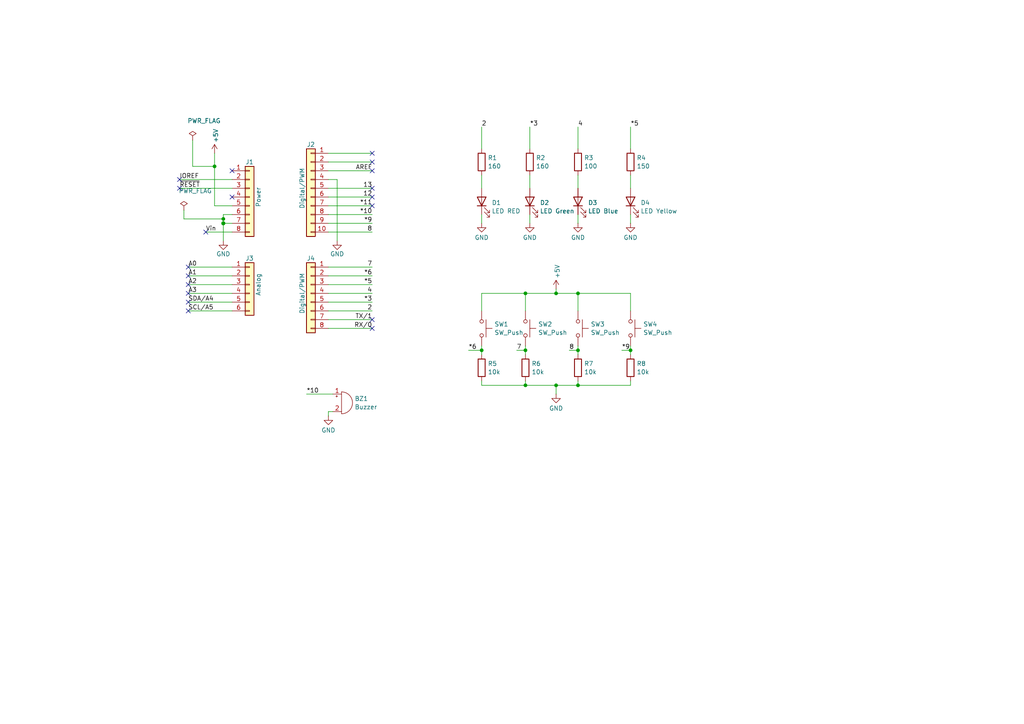
<source format=kicad_sch>
(kicad_sch (version 20231120) (generator "eeschema") (generator_version "8.0")
  (paper "A4")
  (title_block (date "mar. 31 mars 2015"))
  (lib_symbols
    (symbol "Connector_Generic:Conn_01x06" (pin_names (offset 1.016) hide)
      (property "Reference" "J" (at 0 7.62 0))
      (property "Value" "Conn_01x06" (at 0 -10.16 0))
      (symbol "Conn_01x06_1_1"
        (rectangle (start -1.27 -7.493) (end 0 -7.747) (stroke (width 0.1524)))
        (rectangle (start -1.27 -4.953) (end 0 -5.207) (stroke (width 0.1524)))
        (rectangle (start -1.27 -2.413) (end 0 -2.667) (stroke (width 0.1524)))
        (rectangle (start -1.27 0.127) (end 0 -0.127) (stroke (width 0.1524)))
        (rectangle (start -1.27 2.667) (end 0 2.413) (stroke (width 0.1524)))
        (rectangle (start -1.27 5.207) (end 0 4.953) (stroke (width 0.1524)))
        (rectangle (start -1.27 6.35) (end 1.27 -8.89) (stroke (width 0.254)) (fill (type background)))
        (pin passive line (at -5.08 5.08 0) (length 3.81) (name "Pin_1") (number "1"))
        (pin passive line (at -5.08 2.54 0) (length 3.81) (name "Pin_2") (number "2"))
        (pin passive line (at -5.08 0 0) (length 3.81) (name "Pin_3") (number "3"))
        (pin passive line (at -5.08 -2.54 0) (length 3.81) (name "Pin_4") (number "4"))
        (pin passive line (at -5.08 -5.08 0) (length 3.81) (name "Pin_5") (number "5"))
        (pin passive line (at -5.08 -7.62 0) (length 3.81) (name "Pin_6") (number "6"))
      )
    )
    (symbol "Connector_Generic:Conn_01x08" (pin_names (offset 1.016) hide)
      (property "Reference" "J" (at 0 10.16 0))
      (property "Value" "Conn_01x08" (at 0 -12.7 0))
      (symbol "Conn_01x08_1_1"
        (rectangle (start -1.27 -10.033) (end 0 -10.287) (stroke (width 0.1524)))
        (rectangle (start -1.27 -7.493) (end 0 -7.747) (stroke (width 0.1524)))
        (rectangle (start -1.27 -4.953) (end 0 -5.207) (stroke (width 0.1524)))
        (rectangle (start -1.27 -2.413) (end 0 -2.667) (stroke (width 0.1524)))
        (rectangle (start -1.27 0.127) (end 0 -0.127) (stroke (width 0.1524)))
        (rectangle (start -1.27 2.667) (end 0 2.413) (stroke (width 0.1524)))
        (rectangle (start -1.27 5.207) (end 0 4.953) (stroke (width 0.1524)))
        (rectangle (start -1.27 7.747) (end 0 7.493) (stroke (width 0.1524)))
        (rectangle (start -1.27 8.89) (end 1.27 -11.43) (stroke (width 0.254)) (fill (type background)))
        (pin passive line (at -5.08 7.62 0) (length 3.81) (name "Pin_1") (number "1"))
        (pin passive line (at -5.08 5.08 0) (length 3.81) (name "Pin_2") (number "2"))
        (pin passive line (at -5.08 2.54 0) (length 3.81) (name "Pin_3") (number "3"))
        (pin passive line (at -5.08 0 0) (length 3.81) (name "Pin_4") (number "4"))
        (pin passive line (at -5.08 -2.54 0) (length 3.81) (name "Pin_5") (number "5"))
        (pin passive line (at -5.08 -5.08 0) (length 3.81) (name "Pin_6") (number "6"))
        (pin passive line (at -5.08 -7.62 0) (length 3.81) (name "Pin_7") (number "7"))
        (pin passive line (at -5.08 -10.16 0) (length 3.81) (name "Pin_8") (number "8"))
      )
    )
    (symbol "Connector_Generic:Conn_01x10" (pin_names (offset 1.016) hide)
      (property "Reference" "J" (at 0 12.7 0))
      (property "Value" "Conn_01x10" (at 0 -15.24 0))
      (symbol "Conn_01x10_1_1"
        (rectangle (start -1.27 -12.573) (end 0 -12.827) (stroke (width 0.1524)))
        (rectangle (start -1.27 -10.033) (end 0 -10.287) (stroke (width 0.1524)))
        (rectangle (start -1.27 -7.493) (end 0 -7.747) (stroke (width 0.1524)))
        (rectangle (start -1.27 -4.953) (end 0 -5.207) (stroke (width 0.1524)))
        (rectangle (start -1.27 -2.413) (end 0 -2.667) (stroke (width 0.1524)))
        (rectangle (start -1.27 0.127) (end 0 -0.127) (stroke (width 0.1524)))
        (rectangle (start -1.27 2.667) (end 0 2.413) (stroke (width 0.1524)))
        (rectangle (start -1.27 5.207) (end 0 4.953) (stroke (width 0.1524)))
        (rectangle (start -1.27 7.747) (end 0 7.493) (stroke (width 0.1524)))
        (rectangle (start -1.27 10.287) (end 0 10.033) (stroke (width 0.1524)))
        (rectangle (start -1.27 11.43) (end 1.27 -13.97) (stroke (width 0.254)) (fill (type background)))
        (pin passive line (at -5.08 10.16 0) (length 3.81) (name "Pin_1") (number "1"))
        (pin passive line (at -5.08 -12.7 0) (length 3.81) (name "Pin_10") (number "10"))
        (pin passive line (at -5.08 7.62 0) (length 3.81) (name "Pin_2") (number "2"))
        (pin passive line (at -5.08 5.08 0) (length 3.81) (name "Pin_3") (number "3"))
        (pin passive line (at -5.08 2.54 0) (length 3.81) (name "Pin_4") (number "4"))
        (pin passive line (at -5.08 0 0) (length 3.81) (name "Pin_5") (number "5"))
        (pin passive line (at -5.08 -2.54 0) (length 3.81) (name "Pin_6") (number "6"))
        (pin passive line (at -5.08 -5.08 0) (length 3.81) (name "Pin_7") (number "7"))
        (pin passive line (at -5.08 -7.62 0) (length 3.81) (name "Pin_8") (number "8"))
        (pin passive line (at -5.08 -10.16 0) (length 3.81) (name "Pin_9") (number "9"))
      )
    )
    (symbol "Device:Buzzer" (pin_names (offset 0.0254) hide)
      (property "Reference" "BZ" (at 3.81 1.27 0))
      (property "Value" "Buzzer" (at 3.81 -1.27 0))
      (symbol "Buzzer_0_1"
        (arc (start 0 -3.175) (mid 3.1612 0) (end 0 3.175))
        (polyline (pts (xy -1.651 1.905) (xy -1.143 1.905)))
        (polyline (pts (xy -1.397 2.159) (xy -1.397 1.651)))
        (polyline (pts (xy 0 3.175) (xy 0 -3.175)))
      )
      (symbol "Buzzer_1_1"
        (pin passive line (at -2.54 2.54 0) (length 2.54) (name "+") (number "1"))
        (pin passive line (at -2.54 -2.54 0) (length 2.54) (name "-") (number "2"))
      )
    )
    (symbol "Device:LED" (pin_numbers hide) (pin_names (offset 1.016) hide)
      (property "Reference" "D" (at 0 2.54 0))
      (property "Value" "LED" (at 0 -2.54 0))
      (symbol "LED_0_1"
        (polyline (pts (xy -1.27 -1.27) (xy -1.27 1.27)) (stroke (width 0.254)))
        (polyline (pts (xy -1.27 0) (xy 1.27 0)))
        (polyline (pts (xy 1.27 -1.27) (xy 1.27 1.27) (xy -1.27 0) (xy 1.27 -1.27)) (stroke (width 0.254)))
        (polyline (pts (xy -3.048 -0.762) (xy -4.572 -2.286) (xy -3.81 -2.286) (xy -4.572 -2.286) (xy -4.572 -1.524)))
        (polyline (pts (xy -1.778 -0.762) (xy -3.302 -2.286) (xy -2.54 -2.286) (xy -3.302 -2.286) (xy -3.302 -1.524)))
      )
      (symbol "LED_1_1"
        (pin passive line (at -3.81 0 0) (length 2.54) (name "K") (number "1"))
        (pin passive line (at 3.81 0 180) (length 2.54) (name "A") (number "2"))
      )
    )
    (symbol "Device:R" (pin_numbers hide) (pin_names (offset 0))
      (property "Reference" "R" (at 2.032 0 90))
      (property "Value" "R" (at 0 0 90))
      (symbol "R_0_1"
        (rectangle (start -1.016 -2.54) (end 1.016 2.54) (stroke (width 0.254)))
      )
      (symbol "R_1_1"
        (pin passive line (at 0 3.81 270) (length 1.27) (name "~") (number "1"))
        (pin passive line (at 0 -3.81 90) (length 1.27) (name "~") (number "2"))
      )
    )
    (symbol "GND_1" (power) (pin_numbers hide) (pin_names (offset 0) hide)
      (property "Value" "GND" (at 0 -3.81 0))
      (symbol "GND_1_0_1"
        (polyline (pts (xy 0 0) (xy 0 -1.27) (xy 1.27 -1.27) (xy 0 -2.54) (xy -1.27 -1.27) (xy 0 -1.27)))
      )
      (symbol "GND_1_1_1"
        (pin power_in line (at 0 0 270) (length 0) (name "~") (number "1"))
      )
    )
    (symbol "GND_2" (power) (pin_numbers hide) (pin_names (offset 0) hide)
      (property "Value" "GND" (at 0 -3.81 0))
      (symbol "GND_2_0_1"
        (polyline (pts (xy 0 0) (xy 0 -1.27) (xy 1.27 -1.27) (xy 0 -2.54) (xy -1.27 -1.27) (xy 0 -1.27)))
      )
      (symbol "GND_2_1_1"
        (pin power_in line (at 0 0 270) (length 0) (name "~") (number "1"))
      )
    )
    (symbol "GND_3" (power) (pin_numbers hide) (pin_names (offset 0) hide)
      (property "Value" "GND" (at 0 -3.81 0))
      (symbol "GND_3_0_1"
        (polyline (pts (xy 0 0) (xy 0 -1.27) (xy 1.27 -1.27) (xy 0 -2.54) (xy -1.27 -1.27) (xy 0 -1.27)))
      )
      (symbol "GND_3_1_1"
        (pin power_in line (at 0 0 270) (length 0) (name "~") (number "1"))
      )
    )
    (symbol "Switch:SW_Push" (pin_numbers hide) (pin_names (offset 1.016) hide)
      (property "Reference" "SW" (at 1.27 2.54 0))
      (property "Value" "SW_Push" (at 0 -1.524 0))
      (symbol "SW_Push_0_1"
        (circle (center -2.032 0) (radius 0.508))
        (polyline (pts (xy 0 1.27) (xy 0 3.048)))
        (polyline (pts (xy 2.54 1.27) (xy -2.54 1.27)))
        (circle (center 2.032 0) (radius 0.508))
        (pin passive line (at -5.08 0 0) (length 2.54) (name "1") (number "1"))
        (pin passive line (at 5.08 0 180) (length 2.54) (name "2") (number "2"))
      )
    )
    (symbol "power:+5V" (power) (pin_names (offset 0))
      (property "Value" "+5V" (at 0 3.556 0))
      (symbol "+5V_0_1"
        (polyline (pts (xy -0.762 1.27) (xy 0 2.54)))
        (polyline (pts (xy 0 0) (xy 0 2.54)))
        (polyline (pts (xy 0 2.54) (xy 0.762 1.27)))
      )
      (symbol "+5V_1_1"
        (pin power_in line (at 0 0 90) (length 0) hide (name "+5V") (number "1"))
      )
    )
    (symbol "power:GND" (power) (pin_names (offset 0))
      (property "Value" "GND" (at 0 -3.81 0))
      (symbol "GND_0_1"
        (polyline (pts (xy 0 0) (xy 0 -1.27) (xy 1.27 -1.27) (xy 0 -2.54) (xy -1.27 -1.27) (xy 0 -1.27)))
      )
      (symbol "GND_1_1"
        (pin power_in line (at 0 0 270) (length 0) hide (name "GND") (number "1"))
      )
    )
    (symbol "power:PWR_FLAG" (power) (pin_numbers hide) (pin_names (offset 0) hide)
      (property "Value" "PWR_FLAG" (at 0 3.81 0))
      (symbol "PWR_FLAG_0_0"
        (pin power_out line (at 0 0 90) (length 0) (name "~") (number "1"))
      )
      (symbol "PWR_FLAG_0_1"
        (polyline (pts (xy 0 0) (xy 0 1.27) (xy -1.016 1.905) (xy 0 2.54) (xy 1.016 1.905) (xy 0 1.27)))
      )
    )
  )
  (junction (at 152.4 101.6))
  (junction (at 64.77 63.5))
  (junction (at 167.64 85.09))
  (junction (at 182.88 101.6))
  (junction (at 152.4 85.09))
  (junction (at 64.77 64.77) (diameter 1.016))
  (junction (at 161.29 111.76))
  (junction (at 152.4 111.76))
  (junction (at 167.64 111.76))
  (junction (at 167.64 101.6))
  (junction (at 139.7 101.6))
  (junction (at 62.23 48.26))
  (junction (at 161.29 85.09))
  (no_connect (at 107.95 59.69))
  (no_connect (at 67.31 57.15))
  (no_connect (at 52.07 54.61))
  (no_connect (at 54.61 87.63))
  (no_connect (at 59.69 67.31))
  (no_connect (at 107.95 49.53))
  (no_connect (at 52.07 52.07))
  (no_connect (at 107.95 54.61))
  (no_connect (at 107.95 95.25))
  (no_connect (at 54.61 82.55))
  (no_connect (at 54.61 80.01))
  (no_connect (at 107.95 57.15))
  (no_connect (at 54.61 90.17))
  (no_connect (at 54.61 77.47))
  (no_connect (at 67.31 49.53))
  (no_connect (at 107.95 46.99))
  (no_connect (at 107.95 44.45))
  (no_connect (at 54.61 85.09))
  (no_connect (at 107.95 92.71))
  (wire (pts (xy 95.25 95.25) (xy 107.95 95.25)))
  (wire (pts (xy 167.64 101.6) (xy 167.64 102.87)))
  (wire (pts (xy 152.4 85.09) (xy 152.4 90.17)))
  (wire (pts (xy 167.64 62.23) (xy 167.64 64.77)))
  (wire (pts (xy 95.25 62.23) (xy 107.95 62.23)))
  (wire (pts (xy 95.25 44.45) (xy 107.95 44.45)))
  (wire (pts (xy 167.64 110.49) (xy 167.64 111.76)))
  (wire (pts (xy 62.23 48.26) (xy 62.23 59.69)))
  (wire (pts (xy 182.88 62.23) (xy 182.88 64.77)))
  (wire (pts (xy 64.77 62.23) (xy 64.77 63.5)))
  (wire (pts (xy 167.64 50.8) (xy 167.64 54.61)))
  (wire (pts (xy 167.64 36.83) (xy 167.64 43.18)))
  (wire (pts (xy 54.61 90.17) (xy 67.31 90.17)))
  (wire (pts (xy 182.88 85.09) (xy 182.88 90.17)))
  (wire (pts (xy 62.23 59.69) (xy 67.31 59.69)))
  (wire (pts (xy 62.23 44.45) (xy 62.23 48.26)))
  (wire (pts (xy 182.88 100.33) (xy 182.88 101.6)))
  (wire (pts (xy 139.7 90.17) (xy 139.7 85.09)))
  (wire (pts (xy 95.25 54.61) (xy 107.95 54.61)))
  (wire (pts (xy 95.25 77.47) (xy 107.95 77.47)))
  (wire (pts (xy 165.1 101.6) (xy 167.64 101.6)))
  (wire (pts (xy 67.31 77.47) (xy 54.61 77.47)))
  (wire (pts (xy 139.7 100.33) (xy 139.7 101.6)))
  (wire (pts (xy 167.64 85.09) (xy 167.64 90.17)))
  (wire (pts (xy 95.25 57.15) (xy 107.95 57.15)))
  (wire (pts (xy 161.29 111.76) (xy 167.64 111.76)))
  (wire (pts (xy 95.25 80.01) (xy 107.95 80.01)))
  (wire (pts (xy 64.77 64.77) (xy 64.77 69.85)))
  (wire (pts (xy 149.86 101.6) (xy 152.4 101.6)))
  (wire (pts (xy 95.25 64.77) (xy 107.95 64.77)))
  (wire (pts (xy 182.88 50.8) (xy 182.88 54.61)))
  (wire (pts (xy 95.25 85.09) (xy 107.95 85.09)))
  (wire (pts (xy 52.07 52.07) (xy 67.31 52.07)))
  (wire (pts (xy 55.88 48.26) (xy 62.23 48.26)))
  (wire (pts (xy 153.67 36.83) (xy 153.67 43.18)))
  (wire (pts (xy 153.67 62.23) (xy 153.67 64.77)))
  (wire (pts (xy 88.9 114.3) (xy 96.52 114.3)))
  (wire (pts (xy 53.34 60.96) (xy 53.34 63.5)))
  (wire (pts (xy 97.79 52.07) (xy 97.79 69.85)))
  (wire (pts (xy 182.88 101.6) (xy 182.88 102.87)))
  (wire (pts (xy 167.64 100.33) (xy 167.64 101.6)))
  (wire (pts (xy 95.25 49.53) (xy 107.95 49.53)))
  (wire (pts (xy 152.4 85.09) (xy 161.29 85.09)))
  (wire (pts (xy 167.64 111.76) (xy 182.88 111.76)))
  (wire (pts (xy 67.31 82.55) (xy 54.61 82.55)))
  (wire (pts (xy 52.07 54.61) (xy 67.31 54.61)))
  (wire (pts (xy 67.31 64.77) (xy 64.77 64.77)))
  (wire (pts (xy 64.77 63.5) (xy 64.77 64.77)))
  (wire (pts (xy 139.7 111.76) (xy 152.4 111.76)))
  (wire (pts (xy 53.34 63.5) (xy 64.77 63.5)))
  (wire (pts (xy 139.7 36.83) (xy 139.7 43.18)))
  (wire (pts (xy 139.7 50.8) (xy 139.7 54.61)))
  (wire (pts (xy 152.4 101.6) (xy 152.4 102.87)))
  (wire (pts (xy 67.31 67.31) (xy 59.69 67.31)))
  (wire (pts (xy 54.61 80.01) (xy 67.31 80.01)))
  (wire (pts (xy 152.4 110.49) (xy 152.4 111.76)))
  (wire (pts (xy 55.88 40.64) (xy 55.88 48.26)))
  (wire (pts (xy 152.4 100.33) (xy 152.4 101.6)))
  (wire (pts (xy 167.64 85.09) (xy 182.88 85.09)))
  (wire (pts (xy 182.88 111.76) (xy 182.88 110.49)))
  (wire (pts (xy 95.25 52.07) (xy 97.79 52.07)))
  (wire (pts (xy 67.31 62.23) (xy 64.77 62.23)))
  (wire (pts (xy 139.7 111.76) (xy 139.7 110.49)))
  (wire (pts (xy 182.88 36.83) (xy 182.88 43.18)))
  (wire (pts (xy 95.25 59.69) (xy 107.95 59.69)))
  (wire (pts (xy 139.7 62.23) (xy 139.7 64.77)))
  (wire (pts (xy 161.29 85.09) (xy 167.64 85.09)))
  (wire (pts (xy 95.25 119.38) (xy 96.52 119.38)))
  (wire (pts (xy 95.25 82.55) (xy 107.95 82.55)))
  (wire (pts (xy 54.61 85.09) (xy 67.31 85.09)))
  (wire (pts (xy 152.4 111.76) (xy 161.29 111.76)))
  (wire (pts (xy 161.29 83.82) (xy 161.29 85.09)))
  (wire (pts (xy 135.89 101.6) (xy 139.7 101.6)))
  (wire (pts (xy 153.67 50.8) (xy 153.67 54.61)))
  (wire (pts (xy 139.7 85.09) (xy 152.4 85.09)))
  (wire (pts (xy 161.29 114.3) (xy 161.29 111.76)))
  (wire (pts (xy 95.25 46.99) (xy 107.95 46.99)))
  (wire (pts (xy 139.7 101.6) (xy 139.7 102.87)))
  (wire (pts (xy 95.25 120.65) (xy 95.25 119.38)))
  (wire (pts (xy 95.25 90.17) (xy 107.95 90.17)))
  (wire (pts (xy 95.25 87.63) (xy 107.95 87.63)))
  (wire (pts (xy 180.34 101.6) (xy 182.88 101.6)))
  (wire (pts (xy 95.25 92.71) (xy 107.95 92.71)))
  (wire (pts (xy 67.31 87.63) (xy 54.61 87.63)))
  (wire (pts (xy 95.25 67.31) (xy 107.95 67.31)))
  (label "RX{slash}0" (at 107.95 95.25 180))
  (label "*9" (at 180.34 101.6 0))
  (label "A2" (at 54.61 82.55 0))
  (label "4" (at 107.95 85.09 180))
  (label "2" (at 107.95 90.17 180))
  (label "A3" (at 54.61 85.09 0))
  (label "13" (at 107.95 54.61 180))
  (label "8" (at 165.1 101.6 0))
  (label "12" (at 107.95 57.15 180))
  (label "4" (at 167.64 36.83 0))
  (label "~{RESET}" (at 52.07 54.61 0))
  (label "*10" (at 107.95 62.23 180))
  (label "2" (at 139.7 36.83 0))
  (label "7" (at 107.95 77.47 180))
  (label "8" (at 107.95 67.31 180))
  (label "*5" (at 182.88 36.83 0))
  (label "*11" (at 107.95 59.69 180))
  (label "*3" (at 107.95 87.63 180))
  (label "*10" (at 88.9 114.3 0))
  (label "7" (at 149.86 101.6 0))
  (label "A1" (at 54.61 80.01 0))
  (label "TX{slash}1" (at 107.95 92.71 180))
  (label "A0" (at 54.61 77.47 0))
  (label "*6" (at 135.89 101.6 0))
  (label "AREF" (at 107.95 49.53 180))
  (label "*3" (at 153.67 36.83 0))
  (label "Vin" (at 59.69 67.31 0))
  (label "*6" (at 107.95 80.01 180))
  (label "*9" (at 107.95 64.77 180))
  (label "*5" (at 107.95 82.55 180))
  (label "IOREF" (at 52.07 52.07 0))
  (label "SDA{slash}A4" (at 54.61 87.63 0))
  (label "SCL{slash}A5" (at 54.61 90.17 0))
  (symbol (lib_id "Connector_Generic:Conn_01x08") (at 72.39 57.15 0) (unit 1) (exclude_from_sim yes)
    (property "Reference" "J1" (at 72.39 46.99 0))
    (property "Value" "Power" (at 74.93 57.15 90))
    (property "Footprint" "Connector_PinHeader_2.54mm:PinHeader_1x08_P2.54mm_Vertical" (effects (hide yes)))
  )
  (symbol (lib_id "power:+5V") (at 62.23 44.45 0) (unit 1)
    (property "Reference" "#PWR02" (effects (hide yes)))
    (property "Value" "+5V" (at 62.5856 41.402 90) (effects (justify left)))
  )
  (symbol (lib_id "power:GND") (at 64.77 69.85 0) (unit 1)
    (property "Reference" "#PWR04" (effects (hide yes)))
    (property "Value" "GND" (at 64.77 73.66 0))
  )
  (symbol (lib_id "Connector_Generic:Conn_01x10") (at 90.17 54.61 0) (mirror y) (unit 1) (exclude_from_sim yes)
    (property "Reference" "J2" (at 90.17 41.91 0))
    (property "Value" "Digital/PWM" (at 87.63 54.61 90))
    (property "Footprint" "Connector_PinHeader_2.54mm:PinHeader_1x10_P2.54mm_Vertical" (effects (hide yes)))
  )
  (symbol (lib_id "power:GND") (at 97.79 69.85 0) (unit 1)
    (property "Reference" "#PWR05" (effects (hide yes)))
    (property "Value" "GND" (at 97.79 73.66 0))
  )
  (symbol (lib_id "Connector_Generic:Conn_01x06") (at 72.39 82.55 0) (unit 1) (exclude_from_sim yes)
    (property "Reference" "J3" (at 72.39 74.93 0))
    (property "Value" "Analog" (at 74.93 82.55 90))
    (property "Footprint" "Connector_PinHeader_2.54mm:PinHeader_1x06_P2.54mm_Vertical" (effects (hide yes)))
  )
  (symbol (lib_id "Connector_Generic:Conn_01x08") (at 90.17 85.09 0) (mirror y) (unit 1) (exclude_from_sim yes)
    (property "Reference" "J4" (at 90.17 74.93 0))
    (property "Value" "Digital/PWM" (at 87.63 85.09 90))
    (property "Footprint" "Connector_PinHeader_2.54mm:PinHeader_1x08_P2.54mm_Vertical" (effects (hide yes)))
  )
  (symbol (lib_id "Device:LED") (at 182.88 58.42 90) (unit 1) (exclude_from_sim yes)
    (property "Reference" "D4" (at 185.801 58.7953 90) (effects (justify right)))
    (property "Value" "LED Yellow" (at 185.801 61.2196 90) (effects (justify right)))
    (property "Footprint" "LED_SMD:LED_1206_3216Metric_Pad1.42x1.75mm_HandSolder" (effects (hide yes)))
    (property "Description" "Light emitting diode" (effects (hide yes)))
  )
  (symbol (lib_id "power:PWR_FLAG") (at 55.88 40.64 0) (unit 1)
    (property "Reference" "#FLG01" (effects (hide yes)))
    (property "Value" "PWR_FLAG" (at 59.182 35.052 0))
    (property "Description" "Special symbol for telling ERC where power comes from" (effects (hide yes)))
  )
  (symbol (lib_name "GND_2") (lib_id "power:GND") (at 161.29 114.3 0) (unit 1)
    (property "Reference" "#PWR010" (effects (hide yes)))
    (property "Value" "GND" (at 161.29 118.4331 0))
    (property "Description" "Power symbol creates a global label with name \"GND\" , ground" (effects (hide yes)))
  )
  (symbol (lib_id "Device:R") (at 139.7 46.99 0) (unit 1)
    (property "Reference" "R1" (at 141.478 45.7778 0) (effects (justify left)))
    (property "Value" "160" (at 141.478 48.2021 0) (effects (justify left)))
    (property "Footprint" "Resistor_SMD:R_1206_3216Metric" (effects (hide yes)))
    (property "Description" "Resistor" (effects (hide yes)))
  )
  (symbol (lib_name "GND_1") (lib_id "power:GND") (at 153.67 64.77 0) (unit 1)
    (property "Reference" "#PWR07" (effects (hide yes)))
    (property "Value" "GND" (at 153.67 68.9031 0))
    (property "Description" "Power symbol creates a global label with name \"GND\" , ground" (effects (hide yes)))
  )
  (symbol (lib_id "Switch:SW_Push") (at 182.88 95.25 270) (unit 1) (exclude_from_sim yes)
    (property "Reference" "SW4" (at 186.563 94.0378 90) (effects (justify left)))
    (property "Value" "SW_Push" (at 186.563 96.4621 90) (effects (justify left)))
    (property "Footprint" "Button_Switch_SMD:SW_SPST_TL3342" (effects (hide yes)))
    (property "Description" "Push button switch, generic, two pins" (effects (hide yes)))
  )
  (symbol (lib_id "Device:R") (at 167.64 46.99 0) (unit 1)
    (property "Reference" "R3" (at 169.418 45.7778 0) (effects (justify left)))
    (property "Value" "100" (at 169.418 48.2021 0) (effects (justify left)))
    (property "Footprint" "Resistor_SMD:R_1206_3216Metric" (effects (hide yes)))
    (property "Description" "Resistor" (effects (hide yes)))
  )
  (symbol (lib_id "Device:LED") (at 167.64 58.42 90) (unit 1) (exclude_from_sim yes)
    (property "Reference" "D3" (at 170.561 58.7953 90) (effects (justify right)))
    (property "Value" "LED Blue" (at 170.561 61.2196 90) (effects (justify right)))
    (property "Footprint" "LED_SMD:LED_1206_3216Metric_Pad1.42x1.75mm_HandSolder" (effects (hide yes)))
    (property "Description" "Light emitting diode" (effects (hide yes)))
  )
  (symbol (lib_id "power:+5V") (at 161.29 83.82 0) (unit 1)
    (property "Reference" "#PWR011" (effects (hide yes)))
    (property "Value" "+5V" (at 161.6456 80.772 90) (effects (justify left)))
  )
  (symbol (lib_id "Device:R") (at 139.7 106.68 0) (unit 1)
    (property "Reference" "R5" (at 141.478 105.4678 0) (effects (justify left)))
    (property "Value" "10k" (at 141.478 107.8921 0) (effects (justify left)))
    (property "Footprint" "Resistor_SMD:R_1206_3216Metric" (effects (hide yes)))
    (property "Description" "Resistor" (effects (hide yes)))
  )
  (symbol (lib_id "Device:R") (at 182.88 106.68 0) (unit 1)
    (property "Reference" "R8" (at 184.658 105.4678 0) (effects (justify left)))
    (property "Value" "10k" (at 184.658 107.8921 0) (effects (justify left)))
    (property "Footprint" "Resistor_SMD:R_1206_3216Metric" (effects (hide yes)))
    (property "Description" "Resistor" (effects (hide yes)))
  )
  (symbol (lib_id "power:PWR_FLAG") (at 53.34 60.96 0) (unit 1)
    (property "Reference" "#FLG02" (effects (hide yes)))
    (property "Value" "PWR_FLAG" (at 56.642 55.372 0))
    (property "Description" "Special symbol for telling ERC where power comes from" (effects (hide yes)))
  )
  (symbol (lib_name "GND_1") (lib_id "power:GND") (at 167.64 64.77 0) (unit 1)
    (property "Reference" "#PWR08" (effects (hide yes)))
    (property "Value" "GND" (at 167.64 68.9031 0))
    (property "Description" "Power symbol creates a global label with name \"GND\" , ground" (effects (hide yes)))
  )
  (symbol (lib_id "Device:R") (at 182.88 46.99 0) (unit 1)
    (property "Reference" "R4" (at 184.658 45.7778 0) (effects (justify left)))
    (property "Value" "150" (at 184.658 48.2021 0) (effects (justify left)))
    (property "Footprint" "Resistor_SMD:R_1206_3216Metric" (effects (hide yes)))
    (property "Description" "Resistor" (effects (hide yes)))
  )
  (symbol (lib_id "Device:LED") (at 139.7 58.42 90) (unit 1) (exclude_from_sim yes)
    (property "Reference" "D1" (at 142.621 58.7953 90) (effects (justify right)))
    (property "Value" "LED RED" (at 142.621 61.2196 90) (effects (justify right)))
    (property "Footprint" "LED_SMD:LED_1206_3216Metric_Pad1.42x1.75mm_HandSolder" (effects (hide yes)))
    (property "Description" "Light emitting diode" (effects (hide yes)))
  )
  (symbol (lib_id "Switch:SW_Push") (at 152.4 95.25 270) (unit 1) (exclude_from_sim yes)
    (property "Reference" "SW2" (at 156.083 94.0378 90) (effects (justify left)))
    (property "Value" "SW_Push" (at 156.083 96.4621 90) (effects (justify left)))
    (property "Footprint" "Button_Switch_SMD:SW_SPST_TL3342" (effects (hide yes)))
    (property "Description" "Push button switch, generic, two pins" (effects (hide yes)))
  )
  (symbol (lib_id "Device:R") (at 167.64 106.68 0) (unit 1)
    (property "Reference" "R7" (at 169.418 105.4678 0) (effects (justify left)))
    (property "Value" "10k" (at 169.418 107.8921 0) (effects (justify left)))
    (property "Footprint" "Resistor_SMD:R_1206_3216Metric" (effects (hide yes)))
    (property "Description" "Resistor" (effects (hide yes)))
  )
  (symbol (lib_id "Device:R") (at 153.67 46.99 0) (unit 1)
    (property "Reference" "R2" (at 155.448 45.7778 0) (effects (justify left)))
    (property "Value" "160" (at 155.448 48.2021 0) (effects (justify left)))
    (property "Footprint" "Resistor_SMD:R_1206_3216Metric" (effects (hide yes)))
    (property "Description" "Resistor" (effects (hide yes)))
  )
  (symbol (lib_id "Switch:SW_Push") (at 167.64 95.25 270) (unit 1) (exclude_from_sim yes)
    (property "Reference" "SW3" (at 171.323 94.0378 90) (effects (justify left)))
    (property "Value" "SW_Push" (at 171.323 96.4621 90) (effects (justify left)))
    (property "Footprint" "Button_Switch_SMD:SW_SPST_TL3342" (effects (hide yes)))
    (property "Description" "Push button switch, generic, two pins" (effects (hide yes)))
  )
  (symbol (lib_id "Device:R") (at 152.4 106.68 0) (unit 1)
    (property "Reference" "R6" (at 154.178 105.4678 0) (effects (justify left)))
    (property "Value" "10k" (at 154.178 107.8921 0) (effects (justify left)))
    (property "Footprint" "Resistor_SMD:R_1206_3216Metric" (effects (hide yes)))
    (property "Description" "Resistor" (effects (hide yes)))
  )
  (symbol (lib_id "Device:LED") (at 153.67 58.42 90) (unit 1) (exclude_from_sim yes)
    (property "Reference" "D2" (at 156.591 58.7953 90) (effects (justify right)))
    (property "Value" "LED Green" (at 156.591 61.2196 90) (effects (justify right)))
    (property "Footprint" "LED_SMD:LED_1206_3216Metric_Pad1.42x1.75mm_HandSolder" (effects (hide yes)))
    (property "Description" "Light emitting diode" (effects (hide yes)))
  )
  (symbol (lib_id "Switch:SW_Push") (at 139.7 95.25 270) (unit 1) (exclude_from_sim yes)
    (property "Reference" "SW1" (at 143.383 94.0378 90) (effects (justify left)))
    (property "Value" "SW_Push" (at 143.383 96.4621 90) (effects (justify left)))
    (property "Footprint" "Button_Switch_SMD:SW_SPST_TL3342" (effects (hide yes)))
    (property "Description" "Push button switch, generic, two pins" (effects (hide yes)))
  )
  (symbol (lib_name "GND_3") (lib_id "power:GND") (at 95.25 120.65 0) (unit 1)
    (property "Reference" "#PWR01" (effects (hide yes)))
    (property "Value" "GND" (at 95.25 124.7831 0))
    (property "Description" "Power symbol creates a global label with name \"GND\" , ground" (effects (hide yes)))
  )
  (symbol (lib_name "GND_1") (lib_id "power:GND") (at 182.88 64.77 0) (unit 1)
    (property "Reference" "#PWR09" (effects (hide yes)))
    (property "Value" "GND" (at 182.88 68.9031 0))
    (property "Description" "Power symbol creates a global label with name \"GND\" , ground" (effects (hide yes)))
  )
  (symbol (lib_id "Device:Buzzer") (at 99.06 116.84 0) (unit 1) (exclude_from_sim yes)
    (property "Reference" "BZ1" (at 102.8562 115.6278 0) (effects (justify left)))
    (property "Value" "Buzzer" (at 102.8562 118.0521 0) (effects (justify left)))
    (property "Footprint" "Buzzer_Beeper:Buzzer_12x9.5RM7.6" (effects (hide yes)))
    (property "Description" "Buzzer, polarized" (effects (hide yes)))
  )
  (symbol (lib_name "GND_1") (lib_id "power:GND") (at 139.7 64.77 0) (unit 1)
    (property "Reference" "#PWR06" (effects (hide yes)))
    (property "Value" "GND" (at 139.7 68.9031 0))
    (property "Description" "Power symbol creates a global label with name \"GND\" , ground" (effects (hide yes)))
  )
)
</source>
